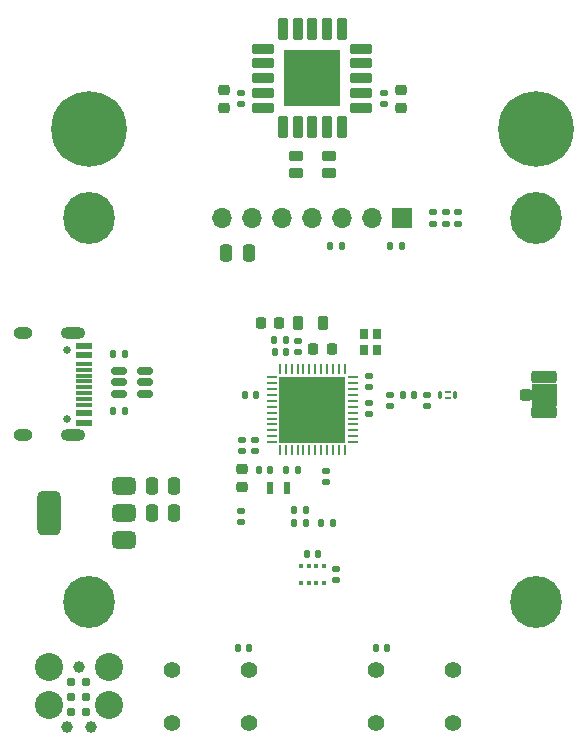
<source format=gbr>
%TF.GenerationSoftware,KiCad,Pcbnew,8.0.6*%
%TF.CreationDate,2025-02-27T14:04:23-08:00*%
%TF.ProjectId,Tempting,54656d70-7469-46e6-972e-6b696361645f,rev?*%
%TF.SameCoordinates,PX7ce2370PY7735940*%
%TF.FileFunction,Soldermask,Top*%
%TF.FilePolarity,Negative*%
%FSLAX46Y46*%
G04 Gerber Fmt 4.6, Leading zero omitted, Abs format (unit mm)*
G04 Created by KiCad (PCBNEW 8.0.6) date 2025-02-27 14:04:23*
%MOMM*%
%LPD*%
G01*
G04 APERTURE LIST*
G04 Aperture macros list*
%AMRoundRect*
0 Rectangle with rounded corners*
0 $1 Rounding radius*
0 $2 $3 $4 $5 $6 $7 $8 $9 X,Y pos of 4 corners*
0 Add a 4 corners polygon primitive as box body*
4,1,4,$2,$3,$4,$5,$6,$7,$8,$9,$2,$3,0*
0 Add four circle primitives for the rounded corners*
1,1,$1+$1,$2,$3*
1,1,$1+$1,$4,$5*
1,1,$1+$1,$6,$7*
1,1,$1+$1,$8,$9*
0 Add four rect primitives between the rounded corners*
20,1,$1+$1,$2,$3,$4,$5,0*
20,1,$1+$1,$4,$5,$6,$7,0*
20,1,$1+$1,$6,$7,$8,$9,0*
20,1,$1+$1,$8,$9,$2,$3,0*%
G04 Aperture macros list end*
%ADD10RoundRect,0.135000X0.135000X0.185000X-0.135000X0.185000X-0.135000X-0.185000X0.135000X-0.185000X0*%
%ADD11RoundRect,0.140000X-0.170000X0.140000X-0.170000X-0.140000X0.170000X-0.140000X0.170000X0.140000X0*%
%ADD12C,1.400000*%
%ADD13C,0.650000*%
%ADD14R,1.450000X0.600000*%
%ADD15R,1.450000X0.300000*%
%ADD16O,2.100000X1.000000*%
%ADD17O,1.600000X1.000000*%
%ADD18RoundRect,0.135000X0.185000X-0.135000X0.185000X0.135000X-0.185000X0.135000X-0.185000X-0.135000X0*%
%ADD19C,0.700000*%
%ADD20C,4.400000*%
%ADD21RoundRect,0.225000X-0.250000X0.225000X-0.250000X-0.225000X0.250000X-0.225000X0.250000X0.225000X0*%
%ADD22RoundRect,0.135000X-0.135000X-0.185000X0.135000X-0.185000X0.135000X0.185000X-0.135000X0.185000X0*%
%ADD23RoundRect,0.140000X0.140000X0.170000X-0.140000X0.170000X-0.140000X-0.170000X0.140000X-0.170000X0*%
%ADD24RoundRect,0.250000X-0.275000X-0.250000X0.275000X-0.250000X0.275000X0.250000X-0.275000X0.250000X0*%
%ADD25RoundRect,0.250000X-0.850000X-0.275000X0.850000X-0.275000X0.850000X0.275000X-0.850000X0.275000X0*%
%ADD26RoundRect,0.225000X0.225000X0.250000X-0.225000X0.250000X-0.225000X-0.250000X0.225000X-0.250000X0*%
%ADD27RoundRect,0.212500X0.212500X-0.737500X0.212500X0.737500X-0.212500X0.737500X-0.212500X-0.737500X0*%
%ADD28RoundRect,0.212500X0.737500X-0.212500X0.737500X0.212500X-0.737500X0.212500X-0.737500X-0.212500X0*%
%ADD29R,4.800000X4.800000*%
%ADD30RoundRect,0.140000X0.170000X-0.140000X0.170000X0.140000X-0.170000X0.140000X-0.170000X-0.140000X0*%
%ADD31RoundRect,0.225000X-0.225000X-0.250000X0.225000X-0.250000X0.225000X0.250000X-0.225000X0.250000X0*%
%ADD32RoundRect,0.147500X0.147500X0.172500X-0.147500X0.172500X-0.147500X-0.172500X0.147500X-0.172500X0*%
%ADD33RoundRect,0.068750X-0.068750X-0.281250X0.068750X-0.281250X0.068750X0.281250X-0.068750X0.281250X0*%
%ADD34RoundRect,0.061250X0.163750X0.061250X-0.163750X0.061250X-0.163750X-0.061250X0.163750X-0.061250X0*%
%ADD35RoundRect,0.150000X-0.512500X-0.150000X0.512500X-0.150000X0.512500X0.150000X-0.512500X0.150000X0*%
%ADD36RoundRect,0.140000X-0.140000X-0.170000X0.140000X-0.170000X0.140000X0.170000X-0.140000X0.170000X0*%
%ADD37RoundRect,0.087500X-0.087500X0.087500X-0.087500X-0.087500X0.087500X-0.087500X0.087500X0.087500X0*%
%ADD38C,2.374900*%
%ADD39C,0.990600*%
%ADD40C,0.787400*%
%ADD41C,0.800000*%
%ADD42C,6.400000*%
%ADD43RoundRect,0.218750X0.218750X0.381250X-0.218750X0.381250X-0.218750X-0.381250X0.218750X-0.381250X0*%
%ADD44RoundRect,0.375000X0.625000X0.375000X-0.625000X0.375000X-0.625000X-0.375000X0.625000X-0.375000X0*%
%ADD45RoundRect,0.500000X0.500000X1.400000X-0.500000X1.400000X-0.500000X-1.400000X0.500000X-1.400000X0*%
%ADD46RoundRect,0.147500X-0.172500X0.147500X-0.172500X-0.147500X0.172500X-0.147500X0.172500X0.147500X0*%
%ADD47R,0.600000X1.100000*%
%ADD48R,1.700000X1.700000*%
%ADD49O,1.700000X1.700000*%
%ADD50R,0.800000X0.900000*%
%ADD51RoundRect,0.250000X-0.250000X-0.475000X0.250000X-0.475000X0.250000X0.475000X-0.250000X0.475000X0*%
%ADD52RoundRect,0.062500X0.062500X-0.375000X0.062500X0.375000X-0.062500X0.375000X-0.062500X-0.375000X0*%
%ADD53RoundRect,0.062500X0.375000X-0.062500X0.375000X0.062500X-0.375000X0.062500X-0.375000X-0.062500X0*%
%ADD54R,5.600000X5.600000*%
%ADD55RoundRect,0.225000X0.375000X0.225000X-0.375000X0.225000X-0.375000X-0.225000X0.375000X-0.225000X0*%
G04 APERTURE END LIST*
%TO.C,J1*%
G36*
X45060000Y30940000D02*
G01*
X47150000Y30940000D01*
X47150000Y29060000D01*
X45060000Y29060000D01*
X45060000Y30940000D01*
G37*
%TD*%
D10*
%TO.C,R10*%
X10560000Y28660000D03*
X9540000Y28660000D03*
%TD*%
D11*
%TO.C,C5*%
X36137500Y30005000D03*
X36137500Y29045000D03*
%TD*%
D12*
%TO.C,SW2*%
X38300000Y2250000D03*
X31800000Y2250000D03*
X38300000Y6750000D03*
X31800000Y6750000D03*
%TD*%
D13*
%TO.C,J4*%
X5620000Y33780000D03*
X5620000Y28000000D03*
D14*
X7065000Y34140000D03*
X7065000Y33340000D03*
D15*
X7065000Y32140000D03*
X7065000Y31140000D03*
X7065000Y30640000D03*
X7065000Y29640000D03*
D14*
X7065000Y28440000D03*
X7065000Y27640000D03*
X7065000Y27640000D03*
X7065000Y28440000D03*
D15*
X7065000Y29140000D03*
X7065000Y30140000D03*
X7065000Y31640000D03*
X7065000Y32640000D03*
D14*
X7065000Y33340000D03*
X7065000Y34140000D03*
D16*
X6150000Y35210000D03*
D17*
X1970000Y35210000D03*
D16*
X6150000Y26570000D03*
D17*
X1970000Y26570000D03*
%TD*%
D18*
%TO.C,R4*%
X36650000Y44440000D03*
X36650000Y45460000D03*
%TD*%
D19*
%TO.C,H4*%
X5850000Y45000000D03*
X6333274Y46166726D03*
X6333274Y43833274D03*
X7500000Y46650000D03*
D20*
X7500000Y45000000D03*
D19*
X7500000Y43350000D03*
X8666726Y46166726D03*
X8666726Y43833274D03*
X9150000Y45000000D03*
%TD*%
D10*
%TO.C,R9*%
X10560000Y33450000D03*
X9540000Y33450000D03*
%TD*%
D21*
%TO.C,C2*%
X20450000Y23725000D03*
X20450000Y22175000D03*
%TD*%
D22*
%TO.C,R1*%
X24865000Y20250000D03*
X25885000Y20250000D03*
%TD*%
D23*
%TO.C,C13*%
X21650000Y30000000D03*
X20690000Y30000000D03*
%TD*%
D19*
%TO.C,H3*%
X5850000Y12500000D03*
X6333274Y13666726D03*
X6333274Y11333274D03*
X7500000Y14150000D03*
D20*
X7500000Y12500000D03*
D19*
X7500000Y10850000D03*
X8666726Y13666726D03*
X8666726Y11333274D03*
X9150000Y12500000D03*
%TD*%
D11*
%TO.C,C20*%
X20350000Y55560000D03*
X20350000Y54600000D03*
%TD*%
D24*
%TO.C,J1*%
X44525000Y30000000D03*
D25*
X46050000Y31475000D03*
X46050000Y28525000D03*
%TD*%
D11*
%TO.C,C24*%
X28450000Y15300000D03*
X28450000Y14340000D03*
%TD*%
D22*
%TO.C,R5*%
X33040000Y42600000D03*
X34060000Y42600000D03*
%TD*%
D26*
%TO.C,C22*%
X23625000Y36050000D03*
X22075000Y36050000D03*
%TD*%
D18*
%TO.C,R3*%
X37725000Y44440000D03*
X37725000Y45460000D03*
%TD*%
D27*
%TO.C,U2*%
X23930000Y52675000D03*
X25180000Y52675000D03*
X26430000Y52675000D03*
X27680000Y52675000D03*
X28930000Y52675000D03*
D28*
X30580000Y54325000D03*
X30580000Y55575000D03*
X30580000Y56825000D03*
X30580000Y58075000D03*
X30580000Y59325000D03*
D27*
X28930000Y60975000D03*
X27680000Y60975000D03*
X26430000Y60975000D03*
X25180000Y60975000D03*
X23930000Y60975000D03*
D28*
X22280000Y59325000D03*
X22280000Y58075000D03*
X22280000Y56825000D03*
X22280000Y55575000D03*
X22280000Y54325000D03*
D29*
X26430000Y56825000D03*
%TD*%
D30*
%TO.C,C6*%
X20425000Y19220000D03*
X20425000Y20180000D03*
%TD*%
D31*
%TO.C,C9*%
X26525000Y33900000D03*
X28075000Y33900000D03*
%TD*%
D19*
%TO.C,H2*%
X43710000Y45000000D03*
X44193274Y46166726D03*
X44193274Y43833274D03*
X45360000Y46650000D03*
D20*
X45360000Y45000000D03*
D19*
X45360000Y43350000D03*
X46526726Y46166726D03*
X46526726Y43833274D03*
X47010000Y45000000D03*
%TD*%
D11*
%TO.C,C18*%
X31200000Y31630000D03*
X31200000Y30670000D03*
%TD*%
D32*
%TO.C,L1*%
X35037500Y30000000D03*
X34067500Y30000000D03*
%TD*%
D33*
%TO.C,FLT1*%
X37275000Y30000000D03*
D34*
X37887500Y30227500D03*
D33*
X38500000Y30000000D03*
D34*
X37887500Y29772500D03*
%TD*%
D30*
%TO.C,C19*%
X20450000Y25250000D03*
X20450000Y26210000D03*
%TD*%
D23*
%TO.C,C3*%
X24180000Y34650000D03*
X23220000Y34650000D03*
%TD*%
D11*
%TO.C,C10*%
X31200000Y29330000D03*
X31200000Y28370000D03*
%TD*%
D35*
%TO.C,U5*%
X10025000Y32000000D03*
X10025000Y31050000D03*
X10025000Y30100000D03*
X12300000Y30100000D03*
X12300000Y31050000D03*
X12300000Y32000000D03*
%TD*%
D23*
%TO.C,C11*%
X22855000Y23625000D03*
X21895000Y23625000D03*
%TD*%
D36*
%TO.C,C27*%
X31815000Y8575000D03*
X32775000Y8575000D03*
%TD*%
D18*
%TO.C,R2*%
X38775000Y44440000D03*
X38775000Y45460000D03*
%TD*%
D11*
%TO.C,C7*%
X27550000Y23580000D03*
X27550000Y22620000D03*
%TD*%
D37*
%TO.C,U4*%
X27405000Y14050000D03*
X26755000Y14050000D03*
X26105000Y14050000D03*
X25455000Y14050000D03*
X25455000Y15500000D03*
X26105000Y15500000D03*
X26755000Y15500000D03*
X27405000Y15500000D03*
%TD*%
D38*
%TO.C,J3*%
X9210000Y6940000D03*
D39*
X6670000Y6940000D03*
D38*
X4130000Y6940000D03*
X9210000Y3765000D03*
X4130000Y3765000D03*
D39*
X7686000Y1860000D03*
X5654000Y1860000D03*
D40*
X6035000Y5670000D03*
X7305000Y5670000D03*
X6035000Y4400000D03*
X7305000Y4400000D03*
X6035000Y3130000D03*
X7305000Y3130000D03*
%TD*%
D11*
%TO.C,C8*%
X32962500Y30000000D03*
X32962500Y29040000D03*
%TD*%
D41*
%TO.C,H6*%
X42960000Y52500000D03*
X43662944Y54197056D03*
X43662944Y50802944D03*
X45360000Y54900000D03*
D42*
X45360000Y52500000D03*
D41*
X45360000Y50100000D03*
X47057056Y54197056D03*
X47057056Y50802944D03*
X47760000Y52500000D03*
%TD*%
D43*
%TO.C,L2*%
X27312500Y36100000D03*
X25187500Y36100000D03*
%TD*%
D44*
%TO.C,U1*%
X10450000Y17700000D03*
X10450000Y20000000D03*
D45*
X4150000Y20000000D03*
D44*
X10450000Y22300000D03*
%TD*%
D12*
%TO.C,SW1*%
X21050000Y2250000D03*
X14550000Y2250000D03*
X21050000Y6750000D03*
X14550000Y6750000D03*
%TD*%
D46*
%TO.C,L3*%
X25200000Y34585000D03*
X25200000Y33615000D03*
%TD*%
D41*
%TO.C,H5*%
X5100000Y52500000D03*
X5802944Y54197056D03*
X5802944Y50802944D03*
X7500000Y54900000D03*
D42*
X7500000Y52500000D03*
D41*
X7500000Y50100000D03*
X9197056Y54197056D03*
X9197056Y50802944D03*
X9900000Y52500000D03*
%TD*%
D47*
%TO.C,X2*%
X22850000Y22125000D03*
X24250000Y22125000D03*
%TD*%
D48*
%TO.C,J2*%
X34050000Y45000000D03*
D49*
X31510000Y45000000D03*
X28970000Y45000000D03*
X26430000Y45000000D03*
X23890000Y45000000D03*
X21350000Y45000000D03*
X18810000Y45000000D03*
%TD*%
D50*
%TO.C,X1*%
X30800000Y35165000D03*
X30800000Y33765000D03*
X31900000Y33765000D03*
X31900000Y35165000D03*
%TD*%
D51*
%TO.C,C4*%
X12850000Y20000000D03*
X14750000Y20000000D03*
%TD*%
D21*
%TO.C,C14*%
X18950000Y55855000D03*
X18950000Y54305000D03*
%TD*%
D52*
%TO.C,U3*%
X23680000Y25312500D03*
X24180000Y25312500D03*
X24680000Y25312500D03*
X25180000Y25312500D03*
X25680000Y25312500D03*
X26180000Y25312500D03*
X26680000Y25312500D03*
X27180000Y25312500D03*
X27680000Y25312500D03*
X28180000Y25312500D03*
X28680000Y25312500D03*
X29180000Y25312500D03*
D53*
X29867500Y26000000D03*
X29867500Y26500000D03*
X29867500Y27000000D03*
X29867500Y27500000D03*
X29867500Y28000000D03*
X29867500Y28500000D03*
X29867500Y29000000D03*
X29867500Y29500000D03*
X29867500Y30000000D03*
X29867500Y30500000D03*
X29867500Y31000000D03*
X29867500Y31500000D03*
D52*
X29180000Y32187500D03*
X28680000Y32187500D03*
X28180000Y32187500D03*
X27680000Y32187500D03*
X27180000Y32187500D03*
X26680000Y32187500D03*
X26180000Y32187500D03*
X25680000Y32187500D03*
X25180000Y32187500D03*
X24680000Y32187500D03*
X24180000Y32187500D03*
X23680000Y32187500D03*
D53*
X22992500Y31500000D03*
X22992500Y31000000D03*
X22992500Y30500000D03*
X22992500Y30000000D03*
X22992500Y29500000D03*
X22992500Y29000000D03*
X22992500Y28500000D03*
X22992500Y28000000D03*
X22992500Y27500000D03*
X22992500Y27000000D03*
X22992500Y26500000D03*
X22992500Y26000000D03*
D54*
X26430000Y28750000D03*
%TD*%
D10*
%TO.C,R6*%
X25860000Y19125000D03*
X24840000Y19125000D03*
%TD*%
D22*
%TO.C,R7*%
X27180000Y19125000D03*
X28200000Y19125000D03*
%TD*%
D11*
%TO.C,C17*%
X32500000Y55555000D03*
X32500000Y54595000D03*
%TD*%
D19*
%TO.C,H1*%
X43710000Y12500000D03*
X44193274Y13666726D03*
X44193274Y11333274D03*
X45360000Y14150000D03*
D20*
X45360000Y12500000D03*
D19*
X45360000Y10850000D03*
X46526726Y13666726D03*
X46526726Y11333274D03*
X47010000Y12500000D03*
%TD*%
D36*
%TO.C,C15*%
X24220000Y23635000D03*
X25180000Y23635000D03*
%TD*%
D23*
%TO.C,C21*%
X24200000Y33650000D03*
X23240000Y33650000D03*
%TD*%
D21*
%TO.C,C12*%
X33900000Y55850000D03*
X33900000Y54300000D03*
%TD*%
D51*
%TO.C,C1*%
X12850000Y22300000D03*
X14750000Y22300000D03*
%TD*%
D10*
%TO.C,R8*%
X28960000Y42600000D03*
X27940000Y42600000D03*
%TD*%
D23*
%TO.C,C26*%
X21080000Y8560000D03*
X20120000Y8560000D03*
%TD*%
D30*
%TO.C,C16*%
X21550000Y25250000D03*
X21550000Y26210000D03*
%TD*%
D55*
%TO.C,D1*%
X27830000Y48775000D03*
X25030000Y48775000D03*
X25030000Y50225000D03*
X27830000Y50225000D03*
%TD*%
D36*
%TO.C,C23*%
X25970000Y16550000D03*
X26930000Y16550000D03*
%TD*%
D51*
%TO.C,C25*%
X19150000Y42000000D03*
X21050000Y42000000D03*
%TD*%
M02*

</source>
